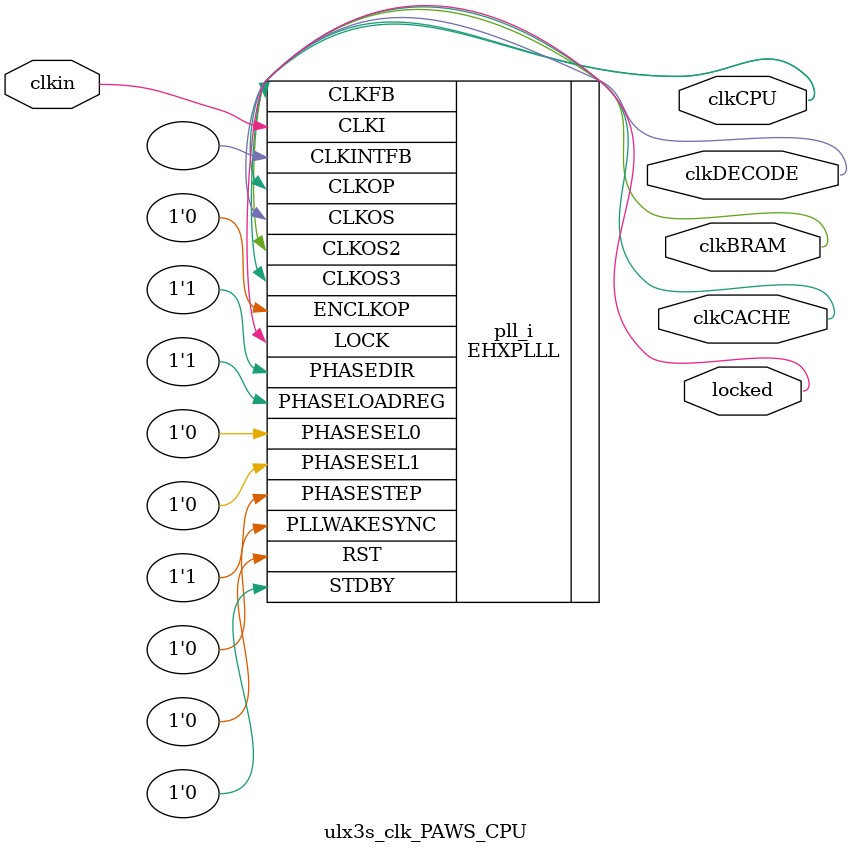
<source format=v>
module ulx3s_clk_PAWS_CPU
(
    input clkin,                // 25 MHz, 0 deg
    output  clkCPU,             // 50 MHz, 0 deg        // SYSTEM CLOCK cpu
    output  clkDECODE,          // 100 MHz, 0 deg       // CPU decoder and compressed instruction expander
    output  clkBRAM,            // 100 MHz, 0 deg       // BRAM clock
    output  clkCACHE,           // 100 MHz, 0 deg       // CPU instruction cache
    output  locked
);
(* FREQUENCY_PIN_CLKI="25" *)
(* FREQUENCY_PIN_CLKOP="50" *)
(* FREQUENCY_PIN_CLKOS="25" *)
(* FREQUENCY_PIN_CLKOS2="50" *)
(* FREQUENCY_PIN_CLKOS3="50" *)
(* ICP_CURRENT="12" *) (* LPF_RESISTOR="8" *) (* MFG_ENABLE_FILTEROPAMP="1" *) (* MFG_GMCREF_SEL="2" *)
EHXPLLL #(
        .PLLRST_ENA("DISABLED"),
        .INTFB_WAKE("DISABLED"),
        .STDBY_ENABLE("DISABLED"),
        .DPHASE_SOURCE("DISABLED"),
        .OUTDIVIDER_MUXA("DIVA"),
        .OUTDIVIDER_MUXB("DIVB"),
        .OUTDIVIDER_MUXC("DIVC"),
        .OUTDIVIDER_MUXD("DIVD"),
        .CLKI_DIV(1),
        .CLKOP_ENABLE("ENABLED"),
        .CLKOP_DIV(12),
        .CLKOP_CPHASE(5),
        .CLKOP_FPHASE(0),
        .CLKOS_ENABLE("ENABLED"),
        .CLKOS_DIV(6),
        .CLKOS_CPHASE(5),
        .CLKOS_FPHASE(0),
        .CLKOS2_ENABLE("ENABLED"),
        .CLKOS2_DIV(6),
        .CLKOS2_CPHASE(5),
        .CLKOS2_FPHASE(0),
        .CLKOS3_ENABLE("ENABLED"),
        .CLKOS3_DIV(6),
        .CLKOS3_CPHASE(5),
        .CLKOS3_FPHASE(0),
         .FEEDBK_PATH("CLKOP"),
        .CLKFB_DIV(2)
    ) pll_i (
        .RST(1'b0),
        .STDBY(1'b0),
        .CLKI(clkin),
        .CLKOP(clkCPU),
        .CLKOS(clkDECODE),
        .CLKOS2(clkBRAM),
        .CLKOS3(clkCACHE),
        .CLKFB(clkCPU),
        .CLKINTFB(),
        .PHASESEL0(1'b0),
        .PHASESEL1(1'b0),
        .PHASEDIR(1'b1),
        .PHASESTEP(1'b1),
        .PHASELOADREG(1'b1),
        .PLLWAKESYNC(1'b0),
        .ENCLKOP(1'b0),
        .LOCK(locked)
	);
endmodule

</source>
